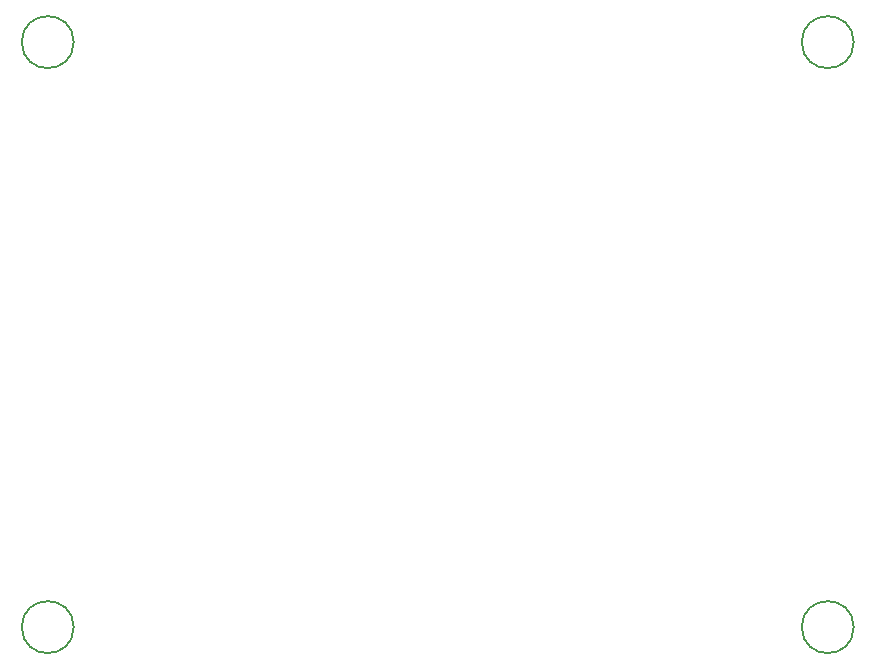
<source format=gbr>
%TF.GenerationSoftware,KiCad,Pcbnew,7.0.10*%
%TF.CreationDate,2024-01-12T17:51:54+01:00*%
%TF.ProjectId,LightDudu4Lila,4c696768-7444-4756-9475-344c696c612e,rev?*%
%TF.SameCoordinates,Original*%
%TF.FileFunction,Other,Comment*%
%FSLAX46Y46*%
G04 Gerber Fmt 4.6, Leading zero omitted, Abs format (unit mm)*
G04 Created by KiCad (PCBNEW 7.0.10) date 2024-01-12 17:51:54*
%MOMM*%
%LPD*%
G01*
G04 APERTURE LIST*
%ADD10C,0.150000*%
G04 APERTURE END LIST*
D10*
%TO.C,H3*%
X131740000Y-106680000D02*
G75*
G03*
X127340000Y-106680000I-2200000J0D01*
G01*
X127340000Y-106680000D02*
G75*
G03*
X131740000Y-106680000I2200000J0D01*
G01*
%TO.C,H1*%
X65700000Y-57150000D02*
G75*
G03*
X61300000Y-57150000I-2200000J0D01*
G01*
X61300000Y-57150000D02*
G75*
G03*
X65700000Y-57150000I2200000J0D01*
G01*
%TO.C,H2*%
X131740000Y-57150000D02*
G75*
G03*
X127340000Y-57150000I-2200000J0D01*
G01*
X127340000Y-57150000D02*
G75*
G03*
X131740000Y-57150000I2200000J0D01*
G01*
%TO.C,H4*%
X65700000Y-106680000D02*
G75*
G03*
X61300000Y-106680000I-2200000J0D01*
G01*
X61300000Y-106680000D02*
G75*
G03*
X65700000Y-106680000I2200000J0D01*
G01*
%TD*%
M02*

</source>
